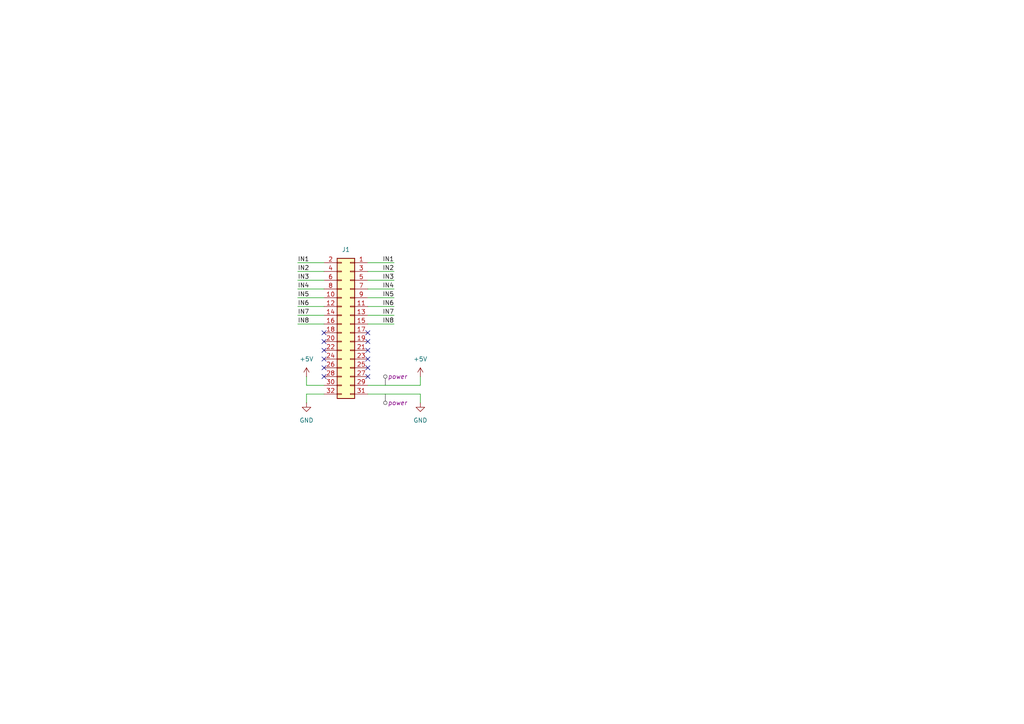
<source format=kicad_sch>
(kicad_sch (version 20231120) (generator "eeschema") (generator_version "8.0")
  (paper "A4")
  (lib_symbols
    (symbol "kicad_inventree_lib:PinHeader P2.54 02x16 SMD Straight" (pin_names (offset 1.016) hide)
      (property "Reference" "J" (at 1.27 20.32 0))
      (property "Value" "PinHeader P2.54 02x16 SMD Straight" (at 1.27 -22.86 0))
      (symbol "PinHeader P2.54 02x16 SMD Straight_1_1"
        (rectangle (start -1.27 -20.193) (end 0 -20.447) (stroke (width 0.1524)))
        (rectangle (start -1.27 -17.653) (end 0 -17.907) (stroke (width 0.1524)))
        (rectangle (start -1.27 -15.113) (end 0 -15.367) (stroke (width 0.1524)))
        (rectangle (start -1.27 -12.573) (end 0 -12.827) (stroke (width 0.1524)))
        (rectangle (start -1.27 -10.033) (end 0 -10.287) (stroke (width 0.1524)))
        (rectangle (start -1.27 -7.493) (end 0 -7.747) (stroke (width 0.1524)))
        (rectangle (start -1.27 -4.953) (end 0 -5.207) (stroke (width 0.1524)))
        (rectangle (start -1.27 -2.413) (end 0 -2.667) (stroke (width 0.1524)))
        (rectangle (start -1.27 0.127) (end 0 -0.127) (stroke (width 0.1524)))
        (rectangle (start -1.27 2.667) (end 0 2.413) (stroke (width 0.1524)))
        (rectangle (start -1.27 5.207) (end 0 4.953) (stroke (width 0.1524)))
        (rectangle (start -1.27 7.747) (end 0 7.493) (stroke (width 0.1524)))
        (rectangle (start -1.27 10.287) (end 0 10.033) (stroke (width 0.1524)))
        (rectangle (start -1.27 12.827) (end 0 12.573) (stroke (width 0.1524)))
        (rectangle (start -1.27 15.367) (end 0 15.113) (stroke (width 0.1524)))
        (rectangle (start -1.27 17.907) (end 0 17.653) (stroke (width 0.1524)))
        (rectangle (start -1.27 19.05) (end 3.81 -21.59) (stroke (width 0.254)) (fill (type background)))
        (rectangle (start 3.81 -20.193) (end 2.54 -20.447) (stroke (width 0.1524)))
        (rectangle (start 3.81 -17.653) (end 2.54 -17.907) (stroke (width 0.1524)))
        (rectangle (start 3.81 -15.113) (end 2.54 -15.367) (stroke (width 0.1524)))
        (rectangle (start 3.81 -12.573) (end 2.54 -12.827) (stroke (width 0.1524)))
        (rectangle (start 3.81 -10.033) (end 2.54 -10.287) (stroke (width 0.1524)))
        (rectangle (start 3.81 -7.493) (end 2.54 -7.747) (stroke (width 0.1524)))
        (rectangle (start 3.81 -4.953) (end 2.54 -5.207) (stroke (width 0.1524)))
        (rectangle (start 3.81 -2.413) (end 2.54 -2.667) (stroke (width 0.1524)))
        (rectangle (start 3.81 0.127) (end 2.54 -0.127) (stroke (width 0.1524)))
        (rectangle (start 3.81 2.667) (end 2.54 2.413) (stroke (width 0.1524)))
        (rectangle (start 3.81 5.207) (end 2.54 4.953) (stroke (width 0.1524)))
        (rectangle (start 3.81 7.747) (end 2.54 7.493) (stroke (width 0.1524)))
        (rectangle (start 3.81 10.287) (end 2.54 10.033) (stroke (width 0.1524)))
        (rectangle (start 3.81 12.827) (end 2.54 12.573) (stroke (width 0.1524)))
        (rectangle (start 3.81 15.367) (end 2.54 15.113) (stroke (width 0.1524)))
        (rectangle (start 3.81 17.907) (end 2.54 17.653) (stroke (width 0.1524)))
        (pin passive line (at -5.08 17.78 0) (length 3.81) (name "Pin_1") (number "1"))
        (pin passive line (at 7.62 7.62 180) (length 3.81) (name "Pin_10") (number "10"))
        (pin passive line (at -5.08 5.08 0) (length 3.81) (name "Pin_11") (number "11"))
        (pin passive line (at 7.62 5.08 180) (length 3.81) (name "Pin_12") (number "12"))
        (pin passive line (at -5.08 2.54 0) (length 3.81) (name "Pin_13") (number "13"))
        (pin passive line (at 7.62 2.54 180) (length 3.81) (name "Pin_14") (number "14"))
        (pin passive line (at -5.08 0 0) (length 3.81) (name "Pin_15") (number "15"))
        (pin passive line (at 7.62 0 180) (length 3.81) (name "Pin_16") (number "16"))
        (pin passive line (at -5.08 -2.54 0) (length 3.81) (name "Pin_17") (number "17"))
        (pin passive line (at 7.62 -2.54 180) (length 3.81) (name "Pin_18") (number "18"))
        (pin passive line (at -5.08 -5.08 0) (length 3.81) (name "Pin_19") (number "19"))
        (pin passive line (at 7.62 17.78 180) (length 3.81) (name "Pin_2") (number "2"))
        (pin passive line (at 7.62 -5.08 180) (length 3.81) (name "Pin_20") (number "20"))
        (pin passive line (at -5.08 -7.62 0) (length 3.81) (name "Pin_21") (number "21"))
        (pin passive line (at 7.62 -7.62 180) (length 3.81) (name "Pin_22") (number "22"))
        (pin passive line (at -5.08 -10.16 0) (length 3.81) (name "Pin_23") (number "23"))
        (pin passive line (at 7.62 -10.16 180) (length 3.81) (name "Pin_24") (number "24"))
        (pin passive line (at -5.08 -12.7 0) (length 3.81) (name "Pin_25") (number "25"))
        (pin passive line (at 7.62 -12.7 180) (length 3.81) (name "Pin_26") (number "26"))
        (pin passive line (at -5.08 -15.24 0) (length 3.81) (name "Pin_27") (number "27"))
        (pin passive line (at 7.62 -15.24 180) (length 3.81) (name "Pin_28") (number "28"))
        (pin passive line (at -5.08 -17.78 0) (length 3.81) (name "Pin_29") (number "29"))
        (pin passive line (at -5.08 15.24 0) (length 3.81) (name "Pin_3") (number "3"))
        (pin passive line (at 7.62 -17.78 180) (length 3.81) (name "Pin_30") (number "30"))
        (pin passive line (at -5.08 -20.32 0) (length 3.81) (name "Pin_31") (number "31"))
        (pin passive line (at 7.62 -20.32 180) (length 3.81) (name "Pin_32") (number "32"))
        (pin passive line (at 7.62 15.24 180) (length 3.81) (name "Pin_4") (number "4"))
        (pin passive line (at -5.08 12.7 0) (length 3.81) (name "Pin_5") (number "5"))
        (pin passive line (at 7.62 12.7 180) (length 3.81) (name "Pin_6") (number "6"))
        (pin passive line (at -5.08 10.16 0) (length 3.81) (name "Pin_7") (number "7"))
        (pin passive line (at 7.62 10.16 180) (length 3.81) (name "Pin_8") (number "8"))
        (pin passive line (at -5.08 7.62 0) (length 3.81) (name "Pin_9") (number "9"))
      )
    )
    (symbol "power:+5V" (power) (pin_numbers hide) (pin_names (offset 0) hide)
      (property "Value" "+5V" (at 0 3.556 0))
      (symbol "+5V_0_1"
        (polyline (pts (xy -0.762 1.27) (xy 0 2.54)))
        (polyline (pts (xy 0 0) (xy 0 2.54)))
        (polyline (pts (xy 0 2.54) (xy 0.762 1.27)))
      )
      (symbol "+5V_1_1"
        (pin power_in line (at 0 0 90) (length 0) (name "~") (number "1"))
      )
    )
    (symbol "power:GND" (power) (pin_numbers hide) (pin_names (offset 0) hide)
      (property "Value" "GND" (at 0 -3.81 0))
      (symbol "GND_0_1"
        (polyline (pts (xy 0 0) (xy 0 -1.27) (xy 1.27 -1.27) (xy 0 -2.54) (xy -1.27 -1.27) (xy 0 -1.27)))
      )
      (symbol "GND_1_1"
        (pin power_in line (at 0 0 270) (length 0) (name "~") (number "1"))
      )
    )
  )
  (no_connect (at 106.68 104.14))
  (no_connect (at 106.68 101.6))
  (no_connect (at 106.68 99.06))
  (no_connect (at 93.98 109.22))
  (no_connect (at 93.98 106.68))
  (no_connect (at 106.68 96.52))
  (no_connect (at 93.98 99.06))
  (no_connect (at 93.98 104.14))
  (no_connect (at 106.68 106.68))
  (no_connect (at 93.98 96.52))
  (no_connect (at 106.68 109.22))
  (no_connect (at 93.98 101.6))
  (wire (pts (xy 86.36 81.28) (xy 93.98 81.28)))
  (wire (pts (xy 121.92 109.22) (xy 121.92 111.76)))
  (wire (pts (xy 86.36 76.2) (xy 93.98 76.2)))
  (wire (pts (xy 86.36 93.98) (xy 93.98 93.98)))
  (wire (pts (xy 106.68 91.44) (xy 114.3 91.44)))
  (wire (pts (xy 106.68 86.36) (xy 114.3 86.36)))
  (wire (pts (xy 86.36 83.82) (xy 93.98 83.82)))
  (wire (pts (xy 86.36 91.44) (xy 93.98 91.44)))
  (wire (pts (xy 106.68 78.74) (xy 114.3 78.74)))
  (wire (pts (xy 86.36 88.9) (xy 93.98 88.9)))
  (wire (pts (xy 86.36 86.36) (xy 93.98 86.36)))
  (wire (pts (xy 86.36 78.74) (xy 93.98 78.74)))
  (wire (pts (xy 88.9 114.3) (xy 93.98 114.3)))
  (wire (pts (xy 106.68 114.3) (xy 121.92 114.3)))
  (wire (pts (xy 106.68 83.82) (xy 114.3 83.82)))
  (wire (pts (xy 88.9 111.76) (xy 93.98 111.76)))
  (wire (pts (xy 106.68 93.98) (xy 114.3 93.98)))
  (wire (pts (xy 121.92 114.3) (xy 121.92 116.84)))
  (wire (pts (xy 88.9 116.84) (xy 88.9 114.3)))
  (wire (pts (xy 88.9 109.22) (xy 88.9 111.76)))
  (wire (pts (xy 106.68 88.9) (xy 114.3 88.9)))
  (wire (pts (xy 106.68 76.2) (xy 114.3 76.2)))
  (wire (pts (xy 106.68 81.28) (xy 114.3 81.28)))
  (wire (pts (xy 106.68 111.76) (xy 121.92 111.76)))
  (label "IN4" (at 86.36 83.82 0))
  (label "IN3" (at 114.3 81.28 180))
  (label "IN7" (at 114.3 91.44 180))
  (label "IN1" (at 86.36 76.2 0))
  (label "IN6" (at 86.36 88.9 0))
  (label "IN4" (at 114.3 83.82 180))
  (label "IN1" (at 114.3 76.2 180))
  (label "IN2" (at 114.3 78.74 180))
  (label "IN2" (at 86.36 78.74 0))
  (label "IN6" (at 114.3 88.9 180))
  (label "IN8" (at 114.3 93.98 180))
  (label "IN7" (at 86.36 91.44 0))
  (label "IN5" (at 114.3 86.36 180))
  (label "IN8" (at 86.36 93.98 0))
  (label "IN5" (at 86.36 86.36 0))
  (label "IN3" (at 86.36 81.28 0))
  (netclass_flag "" (length 2.54) (shape round) (at 111.76 111.76 0) (property "Netclass" "power" (at 112.4585 109.22 0) (effects (font (italic yes)) (justify left))))
  (netclass_flag "" (length 2.54) (shape round) (at 111.76 114.3 180) (property "Netclass" "power" (at 112.4585 116.84 0) (effects (font (italic yes)) (justify left))))
  (symbol (lib_id "power:GND") (at 88.9 116.84 0) (unit 1)
    (property "Reference" "#PWR02" (effects (hide yes)))
    (property "Value" "GND" (at 88.9 121.92 0))
    (property "Description" "Power symbol creates a global label with name \"GND\" , ground" (effects (hide yes)))
  )
  (symbol (lib_id "power:+5V") (at 121.92 109.22 0) (unit 1)
    (property "Reference" "#PWR03" (effects (hide yes)))
    (property "Value" "+5V" (at 121.92 104.14 0))
    (property "Description" "Power symbol creates a global label with name \"+5V\"" (effects (hide yes)))
  )
  (symbol (lib_id "power:+5V") (at 88.9 109.22 0) (unit 1)
    (property "Reference" "#PWR01" (effects (hide yes)))
    (property "Value" "+5V" (at 88.9 104.14 0))
    (property "Description" "Power symbol creates a global label with name \"+5V\"" (effects (hide yes)))
  )
  (symbol (lib_id "kicad_inventree_lib:PinHeader P2.54 02x16 SMD Straight") (at 101.6 93.98 0) (mirror y) (unit 1)
    (property "Reference" "J1" (at 100.33 72.39 0))
    (property "Value" "PinHeader P2.54 02x16 SMD Straight" (effects (hide yes)))
    (property "Footprint" "Connector_PinHeader_2.54mm:PinHeader_2x16_P2.54mm_Vertical_SMD" (effects (hide yes)))
    (property "Datasheet" "http://inventree.network/part/33/" (effects (hide yes)))
    (property "Description" "Generic connector, double row, 02x16, odd/even pin numbering scheme (row 1 odd numbers, row 2 even numbers), script generated (kicad-library-utils/schlib/autogen/connector/)" (effects (hide yes)))
    (property "NextPCB_url" "https://www.hqonline.com/product-detail/pin-headers-hctl-pz254-2-16-s-1018711843" (effects (hide yes)))
    (property "NextPCB_price" "0.31882" (effects (hide yes)))
    (property "part_ipn" "PinHeader P2.54 02x16 SMD Straight" (effects (hide yes)))
  )
  (symbol (lib_id "power:GND") (at 121.92 116.84 0) (unit 1)
    (property "Reference" "#PWR04" (effects (hide yes)))
    (property "Value" "GND" (at 121.92 121.92 0))
    (property "Description" "Power symbol creates a global label with name \"GND\" , ground" (effects (hide yes)))
  )
)
</source>
